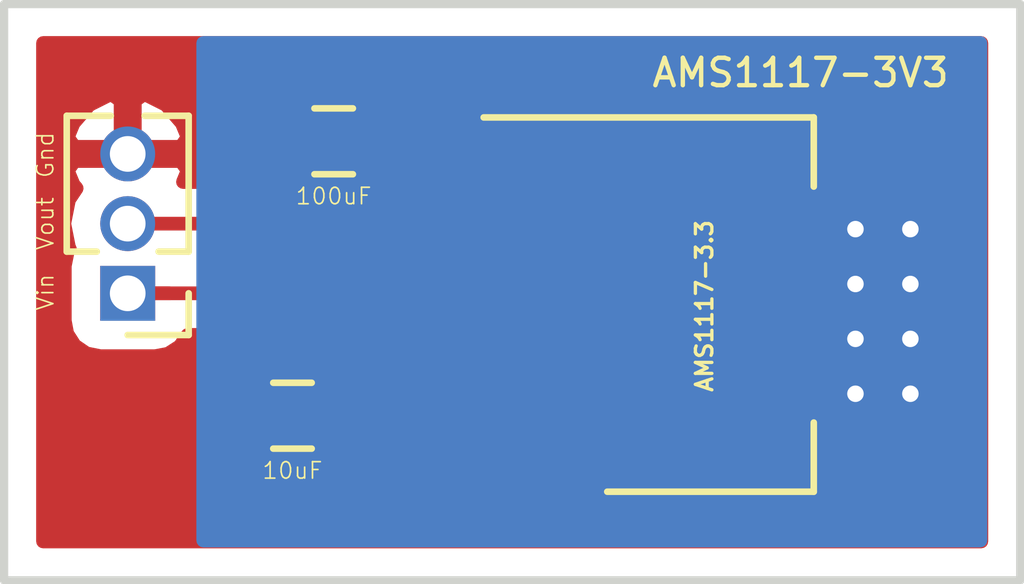
<source format=kicad_pcb>
(kicad_pcb (version 4) (host pcbnew 4.0.7)

  (general
    (links 8)
    (no_connects 0)
    (area 138.424999 100.424999 157.075001 111.075001)
    (thickness 1.6)
    (drawings 7)
    (tracks 19)
    (zones 0)
    (modules 12)
    (nets 5)
  )

  (page A4)
  (layers
    (0 F.Cu signal)
    (31 B.Cu signal)
    (32 B.Adhes user)
    (33 F.Adhes user)
    (34 B.Paste user)
    (35 F.Paste user)
    (36 B.SilkS user)
    (37 F.SilkS user)
    (38 B.Mask user)
    (39 F.Mask user)
    (40 Dwgs.User user)
    (41 Cmts.User user)
    (42 Eco1.User user)
    (43 Eco2.User user)
    (44 Edge.Cuts user)
    (45 Margin user)
    (46 B.CrtYd user)
    (47 F.CrtYd user)
    (48 B.Fab user)
    (49 F.Fab user)
  )

  (setup
    (last_trace_width 0.25)
    (trace_clearance 0.2)
    (zone_clearance 0.508)
    (zone_45_only no)
    (trace_min 0.2)
    (segment_width 0.2)
    (edge_width 0.15)
    (via_size 0.6)
    (via_drill 0.4)
    (via_min_size 0.4)
    (via_min_drill 0.3)
    (uvia_size 0.3)
    (uvia_drill 0.1)
    (uvias_allowed no)
    (uvia_min_size 0.2)
    (uvia_min_drill 0.1)
    (pcb_text_width 0.3)
    (pcb_text_size 1.5 1.5)
    (mod_edge_width 0.15)
    (mod_text_size 1 1)
    (mod_text_width 0.15)
    (pad_size 0.6 0.6)
    (pad_drill 0.3)
    (pad_to_mask_clearance 0.2)
    (aux_axis_origin 0 0)
    (visible_elements FFFFFF7F)
    (pcbplotparams
      (layerselection 0x00030_80000001)
      (usegerberextensions false)
      (excludeedgelayer true)
      (linewidth 0.100000)
      (plotframeref false)
      (viasonmask false)
      (mode 1)
      (useauxorigin false)
      (hpglpennumber 1)
      (hpglpenspeed 20)
      (hpglpendiameter 15)
      (hpglpenoverlay 2)
      (psnegative false)
      (psa4output false)
      (plotreference true)
      (plotvalue true)
      (plotinvisibletext false)
      (padsonsilk false)
      (subtractmaskfromsilk false)
      (outputformat 1)
      (mirror false)
      (drillshape 1)
      (scaleselection 1)
      (outputdirectory ""))
  )

  (net 0 "")
  (net 1 +5V)
  (net 2 GND)
  (net 3 /VOUT)
  (net 4 "Net-(U1-Pad4)")

  (net_class Default "This is the default net class."
    (clearance 0.2)
    (trace_width 0.25)
    (via_dia 0.6)
    (via_drill 0.4)
    (uvia_dia 0.3)
    (uvia_drill 0.1)
    (add_net +5V)
    (add_net /VOUT)
    (add_net GND)
    (add_net "Net-(U1-Pad4)")
  )

  (module via:VIA-0.6mm (layer F.Cu) (tedit 5A05767D) (tstamp 5A057BDD)
    (at 155 107.6)
    (fp_text reference REF** (at 0 1.27) (layer F.SilkS) hide
      (effects (font (size 1 1) (thickness 0.15)))
    )
    (fp_text value VIA-0.6mm (at 0 -1.27) (layer F.Fab) hide
      (effects (font (size 1 1) (thickness 0.15)))
    )
    (pad 1 thru_hole circle (at 0 0) (size 0.6 0.6) (drill 0.3) (layers *.Cu)
      (net 4 "Net-(U1-Pad4)") (zone_connect 2))
  )

  (module via:VIA-0.6mm (layer F.Cu) (tedit 5A05767D) (tstamp 5A057BA2)
    (at 155 106.6)
    (fp_text reference REF** (at 0 1.27) (layer F.SilkS) hide
      (effects (font (size 1 1) (thickness 0.15)))
    )
    (fp_text value VIA-0.6mm (at 0 -1.27) (layer F.Fab) hide
      (effects (font (size 1 1) (thickness 0.15)))
    )
    (pad 1 thru_hole circle (at 0 0) (size 0.6 0.6) (drill 0.3) (layers *.Cu)
      (net 4 "Net-(U1-Pad4)") (zone_connect 2))
  )

  (module via:VIA-0.6mm (layer F.Cu) (tedit 5A05767D) (tstamp 5A057B9E)
    (at 154 106.6)
    (fp_text reference REF** (at 0 1.27) (layer F.SilkS) hide
      (effects (font (size 1 1) (thickness 0.15)))
    )
    (fp_text value VIA-0.6mm (at 0 -1.27) (layer F.Fab) hide
      (effects (font (size 1 1) (thickness 0.15)))
    )
    (pad 1 thru_hole circle (at 0 0) (size 0.6 0.6) (drill 0.3) (layers *.Cu)
      (net 4 "Net-(U1-Pad4)") (zone_connect 2))
  )

  (module via:VIA-0.6mm (layer F.Cu) (tedit 5A05767D) (tstamp 5A057B9A)
    (at 155 105.6)
    (fp_text reference REF** (at 0 1.27) (layer F.SilkS) hide
      (effects (font (size 1 1) (thickness 0.15)))
    )
    (fp_text value VIA-0.6mm (at 0 -1.27) (layer F.Fab) hide
      (effects (font (size 1 1) (thickness 0.15)))
    )
    (pad 1 thru_hole circle (at 0 0) (size 0.6 0.6) (drill 0.3) (layers *.Cu)
      (net 4 "Net-(U1-Pad4)") (zone_connect 2))
  )

  (module via:VIA-0.6mm (layer F.Cu) (tedit 5A05767D) (tstamp 5A057B96)
    (at 154 105.6)
    (fp_text reference REF** (at 0 1.27) (layer F.SilkS) hide
      (effects (font (size 1 1) (thickness 0.15)))
    )
    (fp_text value VIA-0.6mm (at 0 -1.27) (layer F.Fab) hide
      (effects (font (size 1 1) (thickness 0.15)))
    )
    (pad 1 thru_hole circle (at 0 0) (size 0.6 0.6) (drill 0.3) (layers *.Cu)
      (net 4 "Net-(U1-Pad4)") (zone_connect 2))
  )

  (module via:VIA-0.6mm (layer F.Cu) (tedit 5A05767D) (tstamp 5A057B92)
    (at 155 104.6)
    (fp_text reference REF** (at 0 1.27) (layer F.SilkS) hide
      (effects (font (size 1 1) (thickness 0.15)))
    )
    (fp_text value VIA-0.6mm (at 0 -1.27) (layer F.Fab) hide
      (effects (font (size 1 1) (thickness 0.15)))
    )
    (pad 1 thru_hole circle (at 0 0) (size 0.6 0.6) (drill 0.3) (layers *.Cu)
      (net 4 "Net-(U1-Pad4)") (zone_connect 2))
  )

  (module via:VIA-0.6mm (layer F.Cu) (tedit 5A05767D) (tstamp 5A057A71)
    (at 154 107.6)
    (fp_text reference REF** (at 0 1.27) (layer F.SilkS) hide
      (effects (font (size 1 1) (thickness 0.15)))
    )
    (fp_text value VIA-0.6mm (at 0 -1.27) (layer F.Fab) hide
      (effects (font (size 1 1) (thickness 0.15)))
    )
    (pad 1 thru_hole circle (at 0 0) (size 0.6 0.6) (drill 0.3) (layers *.Cu)
      (net 4 "Net-(U1-Pad4)") (zone_connect 2))
  )

  (module Capacitors_SMD:C_0603 (layer F.Cu) (tedit 5A04810F) (tstamp 5A047E1E)
    (at 143.75 108 180)
    (descr "Capacitor SMD 0603, reflow soldering, AVX (see smccp.pdf)")
    (tags "capacitor 0603")
    (path /5A048031)
    (attr smd)
    (fp_text reference C1 (at 0 -1.5 180) (layer F.SilkS) hide
      (effects (font (size 1 1) (thickness 0.15)))
    )
    (fp_text value C (at 0 1.5 180) (layer F.Fab)
      (effects (font (size 0.127 0.127) (thickness 0.03175)))
    )
    (fp_text user %R (at 0 -1.5 180) (layer F.Fab) hide
      (effects (font (size 1 1) (thickness 0.15)))
    )
    (fp_line (start -0.8 0.4) (end -0.8 -0.4) (layer F.Fab) (width 0.1))
    (fp_line (start 0.8 0.4) (end -0.8 0.4) (layer F.Fab) (width 0.1))
    (fp_line (start 0.8 -0.4) (end 0.8 0.4) (layer F.Fab) (width 0.1))
    (fp_line (start -0.8 -0.4) (end 0.8 -0.4) (layer F.Fab) (width 0.1))
    (fp_line (start -0.35 -0.6) (end 0.35 -0.6) (layer F.SilkS) (width 0.12))
    (fp_line (start 0.35 0.6) (end -0.35 0.6) (layer F.SilkS) (width 0.12))
    (fp_line (start -1.4 -0.65) (end 1.4 -0.65) (layer F.CrtYd) (width 0.05))
    (fp_line (start -1.4 -0.65) (end -1.4 0.65) (layer F.CrtYd) (width 0.05))
    (fp_line (start 1.4 0.65) (end 1.4 -0.65) (layer F.CrtYd) (width 0.05))
    (fp_line (start 1.4 0.65) (end -1.4 0.65) (layer F.CrtYd) (width 0.05))
    (pad 1 smd rect (at -0.75 0 180) (size 0.8 0.75) (layers F.Cu F.Paste F.Mask)
      (net 1 +5V))
    (pad 2 smd rect (at 0.75 0 180) (size 0.8 0.75) (layers F.Cu F.Paste F.Mask)
      (net 2 GND))
    (model Capacitors_SMD.3dshapes/C_0603.wrl
      (at (xyz 0 0 0))
      (scale (xyz 1 1 1))
      (rotate (xyz 0 0 0))
    )
  )

  (module Capacitors_SMD:C_0603 (layer F.Cu) (tedit 5A04845D) (tstamp 5A047E24)
    (at 144.5 103)
    (descr "Capacitor SMD 0603, reflow soldering, AVX (see smccp.pdf)")
    (tags "capacitor 0603")
    (path /5A048133)
    (attr smd)
    (fp_text reference C2 (at 0 -1.5) (layer F.SilkS) hide
      (effects (font (size 1 1) (thickness 0.15)))
    )
    (fp_text value 100uF (at 0 1) (layer F.SilkS)
      (effects (font (size 0.3 0.3) (thickness 0.03)))
    )
    (fp_text user 10uF (at -0.75 6) (layer F.SilkS)
      (effects (font (size 0.3 0.3) (thickness 0.03)))
    )
    (fp_line (start -0.8 0.4) (end -0.8 -0.4) (layer F.Fab) (width 0.1))
    (fp_line (start 0.8 0.4) (end -0.8 0.4) (layer F.Fab) (width 0.1))
    (fp_line (start 0.8 -0.4) (end 0.8 0.4) (layer F.Fab) (width 0.1))
    (fp_line (start -0.8 -0.4) (end 0.8 -0.4) (layer F.Fab) (width 0.1))
    (fp_line (start -0.35 -0.6) (end 0.35 -0.6) (layer F.SilkS) (width 0.12))
    (fp_line (start 0.35 0.6) (end -0.35 0.6) (layer F.SilkS) (width 0.12))
    (fp_line (start -1.4 -0.65) (end 1.4 -0.65) (layer F.CrtYd) (width 0.05))
    (fp_line (start -1.4 -0.65) (end -1.4 0.65) (layer F.CrtYd) (width 0.05))
    (fp_line (start 1.4 0.65) (end 1.4 -0.65) (layer F.CrtYd) (width 0.05))
    (fp_line (start 1.4 0.65) (end -1.4 0.65) (layer F.CrtYd) (width 0.05))
    (pad 1 smd rect (at -0.75 0) (size 0.8 0.75) (layers F.Cu F.Paste F.Mask)
      (net 3 /VOUT))
    (pad 2 smd rect (at 0.75 0) (size 0.8 0.75) (layers F.Cu F.Paste F.Mask)
      (net 2 GND))
    (model Capacitors_SMD.3dshapes/C_0603.wrl
      (at (xyz 0 0 0))
      (scale (xyz 1 1 1))
      (rotate (xyz 0 0 0))
    )
  )

  (module Pin_Headers:Pin_Header_Straight_1x03_Pitch1.27mm (layer F.Cu) (tedit 5A0480C5) (tstamp 5A047E2B)
    (at 140.75 105.77 180)
    (descr "Through hole straight pin header, 1x03, 1.27mm pitch, single row")
    (tags "Through hole pin header THT 1x03 1.27mm single row")
    (path /5A0478FA)
    (fp_text reference J1 (at 0 -1.695 180) (layer F.SilkS) hide
      (effects (font (size 1 1) (thickness 0.15)))
    )
    (fp_text value Conn_01x03 (at 0 4.235 180) (layer F.Fab) hide
      (effects (font (size 1 1) (thickness 0.15)))
    )
    (fp_line (start -0.525 -0.635) (end 1.05 -0.635) (layer F.Fab) (width 0.1))
    (fp_line (start 1.05 -0.635) (end 1.05 3.175) (layer F.Fab) (width 0.1))
    (fp_line (start 1.05 3.175) (end -1.05 3.175) (layer F.Fab) (width 0.1))
    (fp_line (start -1.05 3.175) (end -1.05 -0.11) (layer F.Fab) (width 0.1))
    (fp_line (start -1.05 -0.11) (end -0.525 -0.635) (layer F.Fab) (width 0.1))
    (fp_line (start -1.11 3.235) (end -0.30753 3.235) (layer F.SilkS) (width 0.12))
    (fp_line (start 0.30753 3.235) (end 1.11 3.235) (layer F.SilkS) (width 0.12))
    (fp_line (start -1.11 0.76) (end -1.11 3.235) (layer F.SilkS) (width 0.12))
    (fp_line (start 1.11 0.76) (end 1.11 3.235) (layer F.SilkS) (width 0.12))
    (fp_line (start -1.11 0.76) (end -0.563471 0.76) (layer F.SilkS) (width 0.12))
    (fp_line (start 0.563471 0.76) (end 1.11 0.76) (layer F.SilkS) (width 0.12))
    (fp_line (start -1.11 0) (end -1.11 -0.76) (layer F.SilkS) (width 0.12))
    (fp_line (start -1.11 -0.76) (end 0 -0.76) (layer F.SilkS) (width 0.12))
    (fp_line (start -1.55 -1.15) (end -1.55 3.7) (layer F.CrtYd) (width 0.05))
    (fp_line (start -1.55 3.7) (end 1.55 3.7) (layer F.CrtYd) (width 0.05))
    (fp_line (start 1.55 3.7) (end 1.55 -1.15) (layer F.CrtYd) (width 0.05))
    (fp_line (start 1.55 -1.15) (end -1.55 -1.15) (layer F.CrtYd) (width 0.05))
    (fp_text user %R (at 0 1.5 270) (layer F.Fab)
      (effects (font (size 1 1) (thickness 0.15)))
    )
    (pad 1 thru_hole rect (at 0 0 180) (size 1 1) (drill 0.65) (layers *.Cu *.Mask)
      (net 1 +5V))
    (pad 2 thru_hole oval (at 0 1.27 180) (size 1 1) (drill 0.65) (layers *.Cu *.Mask)
      (net 3 /VOUT))
    (pad 3 thru_hole oval (at 0 2.54 180) (size 1 1) (drill 0.65) (layers *.Cu *.Mask)
      (net 2 GND))
    (model ${KISYS3DMOD}/Pin_Headers.3dshapes/Pin_Header_Straight_1x03_Pitch1.27mm.wrl
      (at (xyz 0 0 0))
      (scale (xyz 1 1 1))
      (rotate (xyz 0 0 0))
    )
  )

  (module TO_SOT_Packages_SMD:SOT-223 (layer F.Cu) (tedit 5A0481B0) (tstamp 5A047E33)
    (at 151.330952 105.975)
    (descr "module CMS SOT223 4 pins")
    (tags "CMS SOT")
    (path /5A047C59)
    (attr smd)
    (fp_text reference AMS1117-3.3 (at -0.080952 0.025 90) (layer F.SilkS)
      (effects (font (size 0.3 0.3) (thickness 0.06)))
    )
    (fp_text value AMS1117-3V3 (at 1.669048 -4.225) (layer F.SilkS)
      (effects (font (size 0.5 0.5) (thickness 0.08)))
    )
    (fp_text user %R (at 0 0 90) (layer F.Fab) hide
      (effects (font (size 0.8 0.8) (thickness 0.12)))
    )
    (fp_line (start -1.85 -2.3) (end -0.8 -3.35) (layer F.Fab) (width 0.1))
    (fp_line (start 1.91 3.41) (end 1.91 2.15) (layer F.SilkS) (width 0.12))
    (fp_line (start 1.91 -3.41) (end 1.91 -2.15) (layer F.SilkS) (width 0.12))
    (fp_line (start 4.4 -3.6) (end -4.4 -3.6) (layer F.CrtYd) (width 0.05))
    (fp_line (start 4.4 3.6) (end 4.4 -3.6) (layer F.CrtYd) (width 0.05))
    (fp_line (start -4.4 3.6) (end 4.4 3.6) (layer F.CrtYd) (width 0.05))
    (fp_line (start -4.4 -3.6) (end -4.4 3.6) (layer F.CrtYd) (width 0.05))
    (fp_line (start -1.85 -2.3) (end -1.85 3.35) (layer F.Fab) (width 0.1))
    (fp_line (start -1.85 3.41) (end 1.91 3.41) (layer F.SilkS) (width 0.12))
    (fp_line (start -0.8 -3.35) (end 1.85 -3.35) (layer F.Fab) (width 0.1))
    (fp_line (start -4.1 -3.41) (end 1.91 -3.41) (layer F.SilkS) (width 0.12))
    (fp_line (start -1.85 3.35) (end 1.85 3.35) (layer F.Fab) (width 0.1))
    (fp_line (start 1.85 -3.35) (end 1.85 3.35) (layer F.Fab) (width 0.1))
    (pad 4 smd rect (at 3.15 0) (size 2 3.8) (layers F.Cu F.Paste F.Mask)
      (net 4 "Net-(U1-Pad4)"))
    (pad 2 smd rect (at -3.15 0) (size 2 1.5) (layers F.Cu F.Paste F.Mask)
      (net 3 /VOUT))
    (pad 3 smd rect (at -3.15 2.3) (size 2 1.5) (layers F.Cu F.Paste F.Mask)
      (net 1 +5V))
    (pad 1 smd rect (at -3.15 -2.3) (size 2 1.5) (layers F.Cu F.Paste F.Mask)
      (net 2 GND))
    (model ${KISYS3DMOD}/TO_SOT_Packages_SMD.3dshapes/SOT-223.wrl
      (at (xyz 0 0 0))
      (scale (xyz 1 1 1))
      (rotate (xyz 0 0 0))
    )
  )

  (module via:VIA-0.6mm (layer F.Cu) (tedit 5A05767D) (tstamp 5A057A48)
    (at 154 104.6)
    (fp_text reference REF** (at 0 1.27) (layer F.SilkS) hide
      (effects (font (size 1 1) (thickness 0.15)))
    )
    (fp_text value VIA-0.6mm (at 0 -1.27) (layer F.Fab) hide
      (effects (font (size 1 1) (thickness 0.15)))
    )
    (pad 1 thru_hole circle (at 0 0) (size 0.6 0.6) (drill 0.3) (layers *.Cu)
      (net 4 "Net-(U1-Pad4)") (zone_connect 2))
  )

  (gr_text Gnd (at 139.25 103.25 90) (layer F.SilkS) (tstamp 5A048589)
    (effects (font (size 0.3 0.3) (thickness 0.03)))
  )
  (gr_text "Vin\n" (at 139.25 105.75 90) (layer F.SilkS)
    (effects (font (size 0.3 0.3) (thickness 0.03)))
  )
  (gr_text Vout (at 139.25 104.5 90) (layer F.SilkS)
    (effects (font (size 0.3 0.3) (thickness 0.03)))
  )
  (gr_line (start 138.5 111) (end 138.5 100.5) (angle 90) (layer Edge.Cuts) (width 0.15))
  (gr_line (start 157 111) (end 138.5 111) (angle 90) (layer Edge.Cuts) (width 0.15))
  (gr_line (start 157 100.5) (end 157 111) (angle 90) (layer Edge.Cuts) (width 0.15))
  (gr_line (start 138.5 100.5) (end 157 100.5) (angle 90) (layer Edge.Cuts) (width 0.15))

  (segment (start 146.930952 108.275) (end 146.155952 107.5) (width 0.25) (layer F.Cu) (net 1))
  (segment (start 146.155952 107.5) (end 145.080962 106.42501) (width 0.25) (layer F.Cu) (net 1))
  (segment (start 144.5 108) (end 145.655952 108) (width 0.25) (layer F.Cu) (net 1))
  (segment (start 145.655952 108) (end 146.155952 107.5) (width 0.25) (layer F.Cu) (net 1))
  (segment (start 143.92501 106.42501) (end 143.27 105.77) (width 0.25) (layer F.Cu) (net 1))
  (segment (start 143.27 105.77) (end 140.75 105.77) (width 0.25) (layer F.Cu) (net 1))
  (segment (start 148.180952 108.275) (end 146.930952 108.275) (width 0.25) (layer F.Cu) (net 1))
  (segment (start 145.080962 106.42501) (end 143.92501 106.42501) (width 0.25) (layer F.Cu) (net 1))
  (segment (start 140.75 105.77) (end 141.5 105.77) (width 0.25) (layer F.Cu) (net 1))
  (segment (start 147.905952 108) (end 148.180952 108.275) (width 0.25) (layer F.Cu) (net 1))
  (segment (start 142.75 104.5) (end 143.75 104.5) (width 0.25) (layer F.Cu) (net 3))
  (segment (start 140.75 104.5) (end 142.75 104.5) (width 0.25) (layer F.Cu) (net 3))
  (segment (start 142.75 104.5) (end 142.75 103.975) (width 0.25) (layer F.Cu) (net 3))
  (segment (start 142.75 103.975) (end 143.725 103) (width 0.25) (layer F.Cu) (net 3))
  (segment (start 143.725 103) (end 143.75 103) (width 0.25) (layer F.Cu) (net 3))
  (segment (start 143.75 104.5) (end 144.25 105) (width 0.25) (layer F.Cu) (net 3))
  (segment (start 144.25 105) (end 145.225 105.975) (width 0.25) (layer F.Cu) (net 3))
  (segment (start 145.225 105.975) (end 148.180952 105.975) (width 0.25) (layer F.Cu) (net 3))
  (segment (start 148.180952 105.975) (end 147.930952 105.975) (width 0.25) (layer F.Cu) (net 3))

  (zone (net 2) (net_name GND) (layer F.Cu) (tstamp 0) (hatch edge 0.508)
    (connect_pads (clearance 0.508))
    (min_thickness 0.254)
    (fill yes (arc_segments 16) (thermal_gap 0.508) (thermal_bridge_width 0.508))
    (polygon
      (pts
        (xy 139 101) (xy 156.5 101) (xy 156.5 110.5) (xy 139 110.5)
      )
    )
    (filled_polygon
      (pts
        (xy 156.29 110.29) (xy 139.21 110.29) (xy 139.21 108.28575) (xy 141.965 108.28575) (xy 141.965 108.50131)
        (xy 142.061673 108.734699) (xy 142.240302 108.913327) (xy 142.473691 109.01) (xy 142.71425 109.01) (xy 142.873 108.85125)
        (xy 142.873 108.127) (xy 142.12375 108.127) (xy 141.965 108.28575) (xy 139.21 108.28575) (xy 139.21 107.49869)
        (xy 141.965 107.49869) (xy 141.965 107.71425) (xy 142.12375 107.873) (xy 142.873 107.873) (xy 142.873 107.14875)
        (xy 142.71425 106.99) (xy 142.473691 106.99) (xy 142.240302 107.086673) (xy 142.061673 107.265301) (xy 141.965 107.49869)
        (xy 139.21 107.49869) (xy 139.21 104.5) (xy 139.592764 104.5) (xy 139.679161 104.934346) (xy 139.694805 104.957759)
        (xy 139.653569 105.01811) (xy 139.60256 105.27) (xy 139.60256 106.27) (xy 139.646838 106.505317) (xy 139.78591 106.721441)
        (xy 139.99811 106.866431) (xy 140.25 106.91744) (xy 141.25 106.91744) (xy 141.485317 106.873162) (xy 141.701441 106.73409)
        (xy 141.84089 106.53) (xy 142.955198 106.53) (xy 143.387609 106.962411) (xy 143.428899 106.99) (xy 143.28575 106.99)
        (xy 143.127 107.14875) (xy 143.127 107.873) (xy 143.147 107.873) (xy 143.147 108.127) (xy 143.127 108.127)
        (xy 143.127 108.85125) (xy 143.28575 109.01) (xy 143.526309 109.01) (xy 143.759698 108.913327) (xy 143.761068 108.911957)
        (xy 143.84811 108.971431) (xy 144.1 109.02244) (xy 144.9 109.02244) (xy 145.135317 108.978162) (xy 145.351441 108.83909)
        (xy 145.405481 108.76) (xy 145.655952 108.76) (xy 145.946791 108.702148) (xy 146.148512 108.567362) (xy 146.393551 108.812401)
        (xy 146.533512 108.90592) (xy 146.533512 109.025) (xy 146.57779 109.260317) (xy 146.716862 109.476441) (xy 146.929062 109.621431)
        (xy 147.180952 109.67244) (xy 149.180952 109.67244) (xy 149.416269 109.628162) (xy 149.632393 109.48909) (xy 149.777383 109.27689)
        (xy 149.828392 109.025) (xy 149.828392 107.525) (xy 149.784114 107.289683) (xy 149.677193 107.123523) (xy 149.777383 106.97689)
        (xy 149.828392 106.725) (xy 149.828392 105.225) (xy 149.784114 104.989683) (xy 149.67847 104.825508) (xy 149.719279 104.784699)
        (xy 149.815952 104.55131) (xy 149.815952 104.075) (xy 152.833512 104.075) (xy 152.833512 107.875) (xy 152.87779 108.110317)
        (xy 153.016862 108.326441) (xy 153.229062 108.471431) (xy 153.480952 108.52244) (xy 153.783343 108.52244) (xy 153.813201 108.534838)
        (xy 154.185167 108.535162) (xy 154.215957 108.52244) (xy 154.783343 108.52244) (xy 154.813201 108.534838) (xy 155.185167 108.535162)
        (xy 155.215957 108.52244) (xy 155.480952 108.52244) (xy 155.716269 108.478162) (xy 155.932393 108.33909) (xy 156.077383 108.12689)
        (xy 156.128392 107.875) (xy 156.128392 104.075) (xy 156.084114 103.839683) (xy 155.945042 103.623559) (xy 155.732842 103.478569)
        (xy 155.480952 103.42756) (xy 153.480952 103.42756) (xy 153.245635 103.471838) (xy 153.029511 103.61091) (xy 152.884521 103.82311)
        (xy 152.833512 104.075) (xy 149.815952 104.075) (xy 149.815952 103.96075) (xy 149.657202 103.802) (xy 148.307952 103.802)
        (xy 148.307952 103.822) (xy 148.053952 103.822) (xy 148.053952 103.802) (xy 146.704702 103.802) (xy 146.545952 103.96075)
        (xy 146.545952 104.55131) (xy 146.642625 104.784699) (xy 146.684586 104.82666) (xy 146.584521 104.97311) (xy 146.535537 105.215)
        (xy 145.539802 105.215) (xy 144.316006 103.991204) (xy 144.385317 103.978162) (xy 144.488646 103.911671) (xy 144.490302 103.913327)
        (xy 144.723691 104.01) (xy 144.96425 104.01) (xy 145.123 103.85125) (xy 145.123 103.127) (xy 145.377 103.127)
        (xy 145.377 103.85125) (xy 145.53575 104.01) (xy 145.776309 104.01) (xy 146.009698 103.913327) (xy 146.188327 103.734699)
        (xy 146.285 103.50131) (xy 146.285 103.28575) (xy 146.12625 103.127) (xy 145.377 103.127) (xy 145.123 103.127)
        (xy 145.103 103.127) (xy 145.103 102.873) (xy 145.123 102.873) (xy 145.123 102.14875) (xy 145.377 102.14875)
        (xy 145.377 102.873) (xy 146.12625 102.873) (xy 146.20056 102.79869) (xy 146.545952 102.79869) (xy 146.545952 103.38925)
        (xy 146.704702 103.548) (xy 148.053952 103.548) (xy 148.053952 102.44875) (xy 148.307952 102.44875) (xy 148.307952 103.548)
        (xy 149.657202 103.548) (xy 149.815952 103.38925) (xy 149.815952 102.79869) (xy 149.719279 102.565301) (xy 149.54065 102.386673)
        (xy 149.307261 102.29) (xy 148.466702 102.29) (xy 148.307952 102.44875) (xy 148.053952 102.44875) (xy 147.895202 102.29)
        (xy 147.054643 102.29) (xy 146.821254 102.386673) (xy 146.642625 102.565301) (xy 146.545952 102.79869) (xy 146.20056 102.79869)
        (xy 146.285 102.71425) (xy 146.285 102.49869) (xy 146.188327 102.265301) (xy 146.009698 102.086673) (xy 145.776309 101.99)
        (xy 145.53575 101.99) (xy 145.377 102.14875) (xy 145.123 102.14875) (xy 144.96425 101.99) (xy 144.723691 101.99)
        (xy 144.490302 102.086673) (xy 144.488932 102.088043) (xy 144.40189 102.028569) (xy 144.15 101.97756) (xy 143.35 101.97756)
        (xy 143.114683 102.021838) (xy 142.898559 102.16091) (xy 142.753569 102.37311) (xy 142.70256 102.625) (xy 142.70256 102.947638)
        (xy 142.212599 103.437599) (xy 142.047852 103.684161) (xy 142.036745 103.74) (xy 141.757922 103.74) (xy 141.844119 103.531874)
        (xy 141.717954 103.357) (xy 140.877 103.357) (xy 140.877 103.377) (xy 140.832564 103.377) (xy 140.772236 103.365)
        (xy 140.727764 103.365) (xy 140.667436 103.377) (xy 140.623 103.377) (xy 140.623 103.357) (xy 139.782046 103.357)
        (xy 139.655881 103.531874) (xy 139.762873 103.790209) (xy 139.819451 103.855696) (xy 139.679161 104.065654) (xy 139.592764 104.5)
        (xy 139.21 104.5) (xy 139.21 102.928126) (xy 139.655881 102.928126) (xy 139.782046 103.103) (xy 140.623 103.103)
        (xy 140.623 102.260865) (xy 140.877 102.260865) (xy 140.877 103.103) (xy 141.717954 103.103) (xy 141.844119 102.928126)
        (xy 141.737127 102.669791) (xy 141.447604 102.334677) (xy 141.051877 102.135868) (xy 140.877 102.260865) (xy 140.623 102.260865)
        (xy 140.448123 102.135868) (xy 140.052396 102.334677) (xy 139.762873 102.669791) (xy 139.655881 102.928126) (xy 139.21 102.928126)
        (xy 139.21 101.21) (xy 156.29 101.21)
      )
    )
  )
  (zone (net 4) (net_name "Net-(U1-Pad4)") (layer B.Cu) (tstamp 0) (hatch edge 0.508)
    (connect_pads (clearance 0.508))
    (min_thickness 0.254)
    (fill yes (arc_segments 16) (thermal_gap 0.508) (thermal_bridge_width 0.508))
    (polygon
      (pts
        (xy 142 100.8) (xy 156.4 100.8) (xy 156.4 110.4) (xy 142 110.4)
      )
    )
    (filled_polygon
      (pts
        (xy 156.273 110.273) (xy 142.127 110.273) (xy 142.127 101.21) (xy 156.273 101.21)
      )
    )
  )
)

</source>
